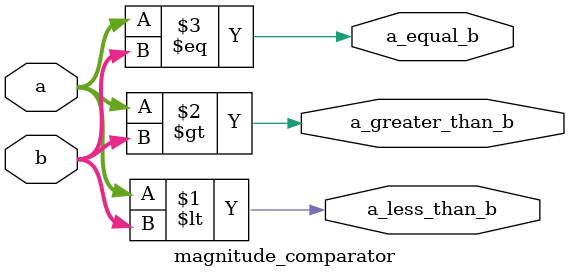
<source format=v>
module magnitude_comparator(a, b, a_less_than_b, a_greater_than_b, a_equal_b);
    input [1:0] a, b;
    output a_less_than_b, a_greater_than_b, a_equal_b;

    assign a_less_than_b = (a < b);
    assign a_greater_than_b = (a > b);
    assign a_equal_b = (a == b);
endmodule

</source>
